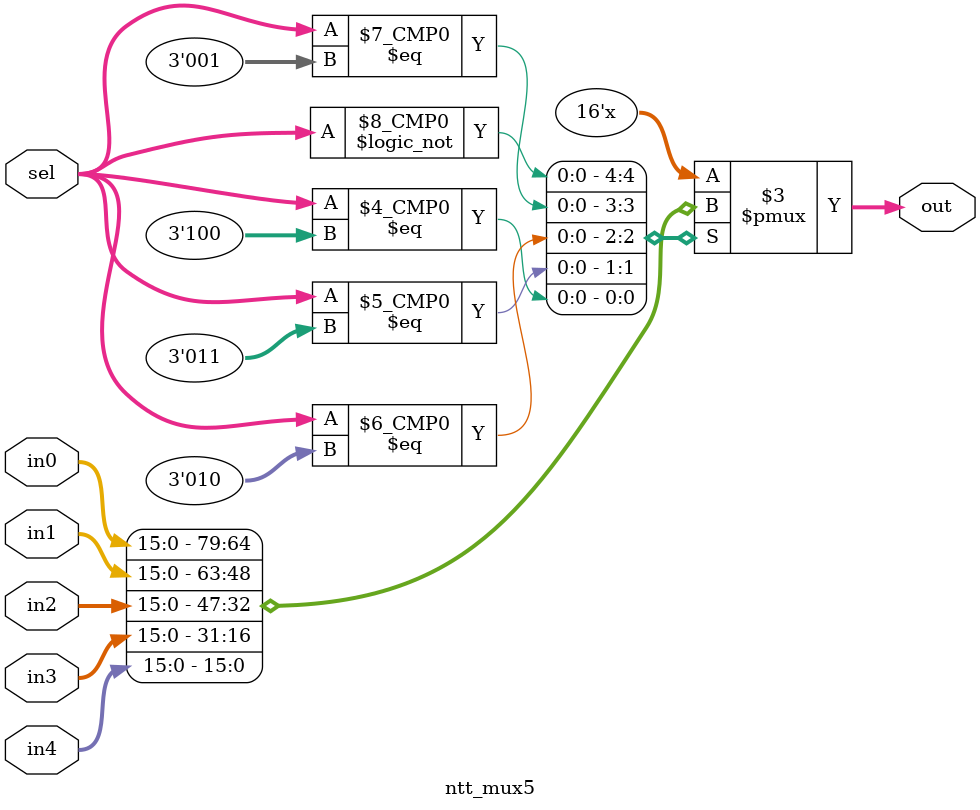
<source format=sv>
module ntt_mux5 (
    input [15:0] in0,
    input [15:0] in1,
    input [15:0] in2,
    input [15:0] in3,
    input [15:0] in4,
    input [2:0]sel,
    output reg [15:0] out
);

  always @(*) begin
    case (sel)
      3'd0: out = in0;
      3'd1: out = in1;
      3'd2: out = in2;
      3'd3: out = in3;
      3'd4: out = in4;
      default: out = {16{1'bx}};
    endcase
  end
endmodule

</source>
